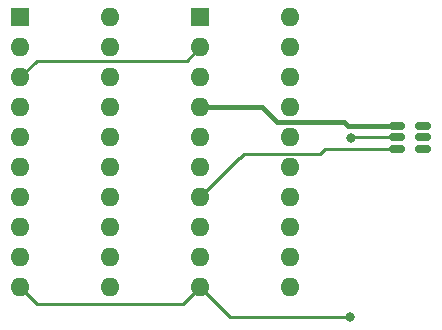
<source format=gbr>
%TF.GenerationSoftware,KiCad,Pcbnew,(6.0.7)*%
%TF.CreationDate,2022-08-17T10:28:51+09:00*%
%TF.ProjectId,demo_p02,64656d6f-5f70-4303-922e-6b696361645f,rev?*%
%TF.SameCoordinates,Original*%
%TF.FileFunction,Copper,L1,Top*%
%TF.FilePolarity,Positive*%
%FSLAX46Y46*%
G04 Gerber Fmt 4.6, Leading zero omitted, Abs format (unit mm)*
G04 Created by KiCad (PCBNEW (6.0.7)) date 2022-08-17 10:28:51*
%MOMM*%
%LPD*%
G01*
G04 APERTURE LIST*
G04 Aperture macros list*
%AMRoundRect*
0 Rectangle with rounded corners*
0 $1 Rounding radius*
0 $2 $3 $4 $5 $6 $7 $8 $9 X,Y pos of 4 corners*
0 Add a 4 corners polygon primitive as box body*
4,1,4,$2,$3,$4,$5,$6,$7,$8,$9,$2,$3,0*
0 Add four circle primitives for the rounded corners*
1,1,$1+$1,$2,$3*
1,1,$1+$1,$4,$5*
1,1,$1+$1,$6,$7*
1,1,$1+$1,$8,$9*
0 Add four rect primitives between the rounded corners*
20,1,$1+$1,$2,$3,$4,$5,0*
20,1,$1+$1,$4,$5,$6,$7,0*
20,1,$1+$1,$6,$7,$8,$9,0*
20,1,$1+$1,$8,$9,$2,$3,0*%
G04 Aperture macros list end*
%TA.AperFunction,ComponentPad*%
%ADD10R,1.600000X1.600000*%
%TD*%
%TA.AperFunction,ComponentPad*%
%ADD11O,1.600000X1.600000*%
%TD*%
%TA.AperFunction,SMDPad,CuDef*%
%ADD12RoundRect,0.150000X-0.512500X-0.150000X0.512500X-0.150000X0.512500X0.150000X-0.512500X0.150000X0*%
%TD*%
%TA.AperFunction,ViaPad*%
%ADD13C,0.800000*%
%TD*%
%TA.AperFunction,Conductor*%
%ADD14C,0.250000*%
%TD*%
%TA.AperFunction,Conductor*%
%ADD15C,0.400000*%
%TD*%
G04 APERTURE END LIST*
D10*
%TO.P,U3,1,~{Mr}*%
%TO.N,unconnected-(U3-Pad1)*%
X97790000Y-69850000D03*
D11*
%TO.P,U3,2,Q0*%
%TO.N,unconnected-(U3-Pad2)*%
X97790000Y-72390000D03*
%TO.P,U3,3,D0*%
%TO.N,Q0*%
X97790000Y-74930000D03*
%TO.P,U3,4,D1*%
%TO.N,unconnected-(U3-Pad4)*%
X97790000Y-77470000D03*
%TO.P,U3,5,Q1*%
%TO.N,unconnected-(U3-Pad5)*%
X97790000Y-80010000D03*
%TO.P,U3,6,Q2*%
%TO.N,unconnected-(U3-Pad6)*%
X97790000Y-82550000D03*
%TO.P,U3,7,D2*%
%TO.N,unconnected-(U3-Pad7)*%
X97790000Y-85090000D03*
%TO.P,U3,8,D3*%
%TO.N,unconnected-(U3-Pad8)*%
X97790000Y-87630000D03*
%TO.P,U3,9,Q3*%
%TO.N,unconnected-(U3-Pad9)*%
X97790000Y-90170000D03*
%TO.P,U3,10,GND*%
%TO.N,GND*%
X97790000Y-92710000D03*
%TO.P,U3,11,Cp*%
%TO.N,unconnected-(U3-Pad11)*%
X105410000Y-92710000D03*
%TO.P,U3,12,Q4*%
%TO.N,unconnected-(U3-Pad12)*%
X105410000Y-90170000D03*
%TO.P,U3,13,D4*%
%TO.N,unconnected-(U3-Pad13)*%
X105410000Y-87630000D03*
%TO.P,U3,14,D5*%
%TO.N,unconnected-(U3-Pad14)*%
X105410000Y-85090000D03*
%TO.P,U3,15,Q5*%
%TO.N,unconnected-(U3-Pad15)*%
X105410000Y-82550000D03*
%TO.P,U3,16,Q6*%
%TO.N,unconnected-(U3-Pad16)*%
X105410000Y-80010000D03*
%TO.P,U3,17,D6*%
%TO.N,unconnected-(U3-Pad17)*%
X105410000Y-77470000D03*
%TO.P,U3,18,D7*%
%TO.N,unconnected-(U3-Pad18)*%
X105410000Y-74930000D03*
%TO.P,U3,19,Q7*%
%TO.N,unconnected-(U3-Pad19)*%
X105410000Y-72390000D03*
%TO.P,U3,20,VCC*%
%TO.N,unconnected-(U3-Pad20)*%
X105410000Y-69850000D03*
%TD*%
D10*
%TO.P,U2,1,~{Mr}*%
%TO.N,unconnected-(U2-Pad1)*%
X113040000Y-69855000D03*
D11*
%TO.P,U2,2,Q0*%
%TO.N,Q0*%
X113040000Y-72395000D03*
%TO.P,U2,3,D0*%
%TO.N,unconnected-(U2-Pad3)*%
X113040000Y-74935000D03*
%TO.P,U2,4,D1*%
%TO.N,Net-(U1-Pad1)*%
X113040000Y-77475000D03*
%TO.P,U2,5,Q1*%
%TO.N,unconnected-(U2-Pad5)*%
X113040000Y-80015000D03*
%TO.P,U2,6,Q2*%
%TO.N,unconnected-(U2-Pad6)*%
X113040000Y-82555000D03*
%TO.P,U2,7,D2*%
%TO.N,Net-(U1-Pad3)*%
X113040000Y-85095000D03*
%TO.P,U2,8,D3*%
%TO.N,unconnected-(U2-Pad8)*%
X113040000Y-87635000D03*
%TO.P,U2,9,Q3*%
%TO.N,unconnected-(U2-Pad9)*%
X113040000Y-90175000D03*
%TO.P,U2,10,GND*%
%TO.N,GND*%
X113040000Y-92715000D03*
%TO.P,U2,11,Cp*%
%TO.N,unconnected-(U2-Pad11)*%
X120660000Y-92715000D03*
%TO.P,U2,12,Q4*%
%TO.N,unconnected-(U2-Pad12)*%
X120660000Y-90175000D03*
%TO.P,U2,13,D4*%
%TO.N,unconnected-(U2-Pad13)*%
X120660000Y-87635000D03*
%TO.P,U2,14,D5*%
%TO.N,unconnected-(U2-Pad14)*%
X120660000Y-85095000D03*
%TO.P,U2,15,Q5*%
%TO.N,unconnected-(U2-Pad15)*%
X120660000Y-82555000D03*
%TO.P,U2,16,Q6*%
%TO.N,unconnected-(U2-Pad16)*%
X120660000Y-80015000D03*
%TO.P,U2,17,D6*%
%TO.N,unconnected-(U2-Pad17)*%
X120660000Y-77475000D03*
%TO.P,U2,18,D7*%
%TO.N,unconnected-(U2-Pad18)*%
X120660000Y-74935000D03*
%TO.P,U2,19,Q7*%
%TO.N,unconnected-(U2-Pad19)*%
X120660000Y-72395000D03*
%TO.P,U2,20,VCC*%
%TO.N,unconnected-(U2-Pad20)*%
X120660000Y-69855000D03*
%TD*%
D12*
%TO.P,U1,1,LX*%
%TO.N,Net-(U1-Pad1)*%
X129672500Y-79060000D03*
%TO.P,U1,2,GND*%
%TO.N,GND*%
X129672500Y-80010000D03*
%TO.P,U1,3,FB*%
%TO.N,Net-(U1-Pad3)*%
X129672500Y-80960000D03*
%TO.P,U1,4,EN*%
%TO.N,unconnected-(U1-Pad4)*%
X131947500Y-80960000D03*
%TO.P,U1,5*%
%TO.N,unconnected-(U1-Pad5)*%
X131947500Y-80010000D03*
%TO.P,U1,6,VIN*%
%TO.N,unconnected-(U1-Pad6)*%
X131947500Y-79060000D03*
%TD*%
D13*
%TO.N,GND*%
X125690000Y-95260000D03*
X125790000Y-80060000D03*
%TD*%
D14*
%TO.N,Net-(U1-Pad3)*%
X123593602Y-80960000D02*
X123161801Y-81391801D01*
X129672500Y-80960000D02*
X123593602Y-80960000D01*
X123161801Y-81391801D02*
X116798199Y-81391801D01*
D15*
%TO.N,Net-(U1-Pad1)*%
X125240000Y-78750000D02*
X125550000Y-79060000D01*
X119560000Y-78750000D02*
X125240000Y-78750000D01*
X113040000Y-77475000D02*
X118285000Y-77475000D01*
X118285000Y-77475000D02*
X119560000Y-78750000D01*
X125550000Y-79060000D02*
X129672500Y-79060000D01*
D14*
%TO.N,Q0*%
X99200000Y-73520000D02*
X97790000Y-74930000D01*
X113040000Y-72395000D02*
X111915000Y-73520000D01*
X111915000Y-73520000D02*
X99200000Y-73520000D01*
%TO.N,GND*%
X99243601Y-94163601D02*
X97790000Y-92710000D01*
X111591399Y-94163601D02*
X99243601Y-94163601D01*
X113040000Y-92715000D02*
X111591399Y-94163601D01*
X125690000Y-95260000D02*
X115585000Y-95260000D01*
X115585000Y-95260000D02*
X113040000Y-92715000D01*
X129672500Y-80010000D02*
X125840000Y-80010000D01*
X125840000Y-80010000D02*
X125790000Y-80060000D01*
%TO.N,Net-(U1-Pad3)*%
X116355000Y-81780000D02*
X113040000Y-85095000D01*
X116798199Y-81391801D02*
X116410000Y-81780000D01*
X116410000Y-81780000D02*
X116355000Y-81780000D01*
%TD*%
M02*

</source>
